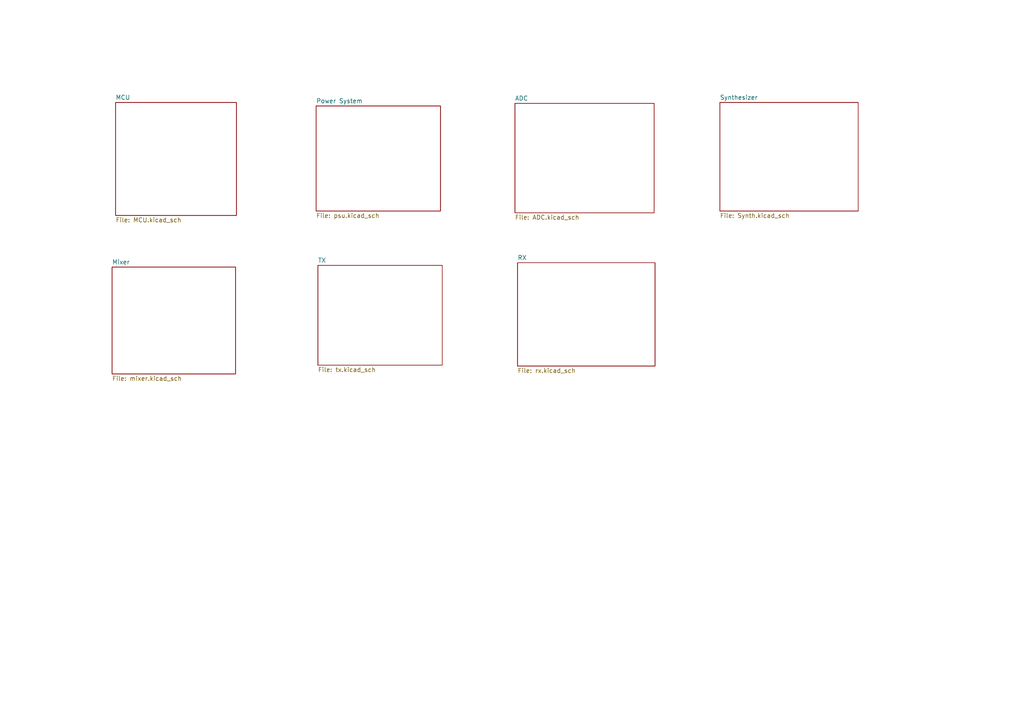
<source format=kicad_sch>
(kicad_sch
	(version 20250114)
	(generator "eeschema")
	(generator_version "9.0")
	(uuid "435eb955-ea36-4ca2-96a0-71f0d07942fb")
	(paper "A4")
	(lib_symbols)
	(sheet
		(at 150.114 76.2)
		(size 39.878 29.972)
		(exclude_from_sim no)
		(in_bom yes)
		(on_board yes)
		(dnp no)
		(fields_autoplaced yes)
		(stroke
			(width 0.1524)
			(type solid)
		)
		(fill
			(color 0 0 0 0.0000)
		)
		(uuid "07bef5f6-1dd5-4b36-9ab5-5249f639b8d8")
		(property "Sheetname" "RX"
			(at 150.114 75.4884 0)
			(effects
				(font
					(size 1.27 1.27)
				)
				(justify left bottom)
			)
		)
		(property "Sheetfile" "rx.kicad_sch"
			(at 150.114 106.7566 0)
			(effects
				(font
					(size 1.27 1.27)
				)
				(justify left top)
			)
		)
		(instances
			(project "fmcw_radar_sch"
				(path "/435eb955-ea36-4ca2-96a0-71f0d07942fb"
					(page "8")
				)
			)
		)
	)
	(sheet
		(at 149.352 29.972)
		(size 40.386 31.75)
		(exclude_from_sim no)
		(in_bom yes)
		(on_board yes)
		(dnp no)
		(fields_autoplaced yes)
		(stroke
			(width 0.1524)
			(type solid)
		)
		(fill
			(color 0 0 0 0.0000)
		)
		(uuid "0c215f53-e3a7-43ff-99b6-909dd3e7a3aa")
		(property "Sheetname" "ADC"
			(at 149.352 29.2604 0)
			(effects
				(font
					(size 1.27 1.27)
				)
				(justify left bottom)
			)
		)
		(property "Sheetfile" "ADC.kicad_sch"
			(at 149.352 62.3066 0)
			(effects
				(font
					(size 1.27 1.27)
				)
				(justify left top)
			)
		)
		(instances
			(project "fmcw_radar_sch"
				(path "/435eb955-ea36-4ca2-96a0-71f0d07942fb"
					(page "4")
				)
			)
		)
	)
	(sheet
		(at 92.202 76.962)
		(size 36.068 28.956)
		(exclude_from_sim no)
		(in_bom yes)
		(on_board yes)
		(dnp no)
		(fields_autoplaced yes)
		(stroke
			(width 0.1524)
			(type solid)
		)
		(fill
			(color 0 0 0 0.0000)
		)
		(uuid "32608eb9-5faa-43ab-9263-9bd42c5c8f99")
		(property "Sheetname" "TX"
			(at 92.202 76.2504 0)
			(effects
				(font
					(size 1.27 1.27)
				)
				(justify left bottom)
			)
		)
		(property "Sheetfile" "tx.kicad_sch"
			(at 92.202 106.5026 0)
			(effects
				(font
					(size 1.27 1.27)
				)
				(justify left top)
			)
		)
		(instances
			(project "fmcw_radar_sch"
				(path "/435eb955-ea36-4ca2-96a0-71f0d07942fb"
					(page "7")
				)
			)
		)
	)
	(sheet
		(at 32.512 77.47)
		(size 35.814 30.988)
		(exclude_from_sim no)
		(in_bom yes)
		(on_board yes)
		(dnp no)
		(fields_autoplaced yes)
		(stroke
			(width 0.1524)
			(type solid)
		)
		(fill
			(color 0 0 0 0.0000)
		)
		(uuid "4d77ea06-094b-4bbb-837c-6ec0f247d71b")
		(property "Sheetname" "Mixer"
			(at 32.512 76.7584 0)
			(effects
				(font
					(size 1.27 1.27)
				)
				(justify left bottom)
			)
		)
		(property "Sheetfile" "mixer.kicad_sch"
			(at 32.512 109.0426 0)
			(effects
				(font
					(size 1.27 1.27)
				)
				(justify left top)
			)
		)
		(instances
			(project "fmcw_radar_sch"
				(path "/435eb955-ea36-4ca2-96a0-71f0d07942fb"
					(page "6")
				)
			)
		)
	)
	(sheet
		(at 33.528 29.718)
		(size 35.052 32.766)
		(exclude_from_sim no)
		(in_bom yes)
		(on_board yes)
		(dnp no)
		(fields_autoplaced yes)
		(stroke
			(width 0.1524)
			(type solid)
		)
		(fill
			(color 0 0 0 0.0000)
		)
		(uuid "7e2b7bd0-e0e9-406c-b1b8-cc5104f0bd15")
		(property "Sheetname" "MCU"
			(at 33.528 29.0064 0)
			(effects
				(font
					(size 1.27 1.27)
				)
				(justify left bottom)
			)
		)
		(property "Sheetfile" "MCU.kicad_sch"
			(at 33.528 63.0686 0)
			(effects
				(font
					(size 1.27 1.27)
				)
				(justify left top)
			)
		)
		(instances
			(project "fmcw_radar_sch"
				(path "/435eb955-ea36-4ca2-96a0-71f0d07942fb"
					(page "2")
				)
			)
		)
	)
	(sheet
		(at 208.788 29.718)
		(size 40.132 31.496)
		(exclude_from_sim no)
		(in_bom yes)
		(on_board yes)
		(dnp no)
		(fields_autoplaced yes)
		(stroke
			(width 0.1524)
			(type solid)
		)
		(fill
			(color 0 0 0 0.0000)
		)
		(uuid "d1630b9a-4bb5-4641-bc1b-762a2a8515ab")
		(property "Sheetname" "Synthesizer"
			(at 208.788 29.0064 0)
			(effects
				(font
					(size 1.27 1.27)
				)
				(justify left bottom)
			)
		)
		(property "Sheetfile" "Synth.kicad_sch"
			(at 208.788 61.7986 0)
			(effects
				(font
					(size 1.27 1.27)
				)
				(justify left top)
			)
		)
		(instances
			(project "fmcw_radar_sch"
				(path "/435eb955-ea36-4ca2-96a0-71f0d07942fb"
					(page "5")
				)
			)
		)
	)
	(sheet
		(at 91.694 30.734)
		(size 36.068 30.48)
		(exclude_from_sim no)
		(in_bom yes)
		(on_board yes)
		(dnp no)
		(fields_autoplaced yes)
		(stroke
			(width 0.1524)
			(type solid)
		)
		(fill
			(color 0 0 0 0.0000)
		)
		(uuid "f0357e24-73d4-40d3-a6c1-fc528169dba6")
		(property "Sheetname" "Power System"
			(at 91.694 30.0224 0)
			(effects
				(font
					(size 1.27 1.27)
				)
				(justify left bottom)
			)
		)
		(property "Sheetfile" "psu.kicad_sch"
			(at 91.694 61.7986 0)
			(effects
				(font
					(size 1.27 1.27)
				)
				(justify left top)
			)
		)
		(instances
			(project "fmcw_radar_sch"
				(path "/435eb955-ea36-4ca2-96a0-71f0d07942fb"
					(page "3")
				)
			)
		)
	)
	(sheet_instances
		(path "/"
			(page "1")
		)
	)
	(embedded_fonts no)
)

</source>
